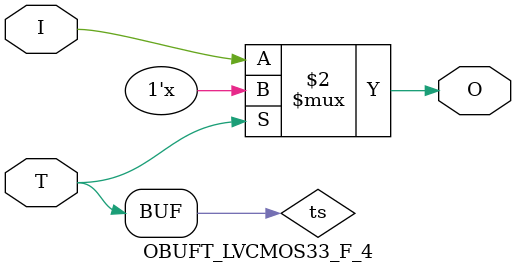
<source format=v>

/*

FUNCTION	: TRI-STATE OUTPUT BUFFER

*/

`celldefine
`timescale  100 ps / 10 ps

module OBUFT_LVCMOS33_F_4 (O, I, T);

    output O;

    input  I, T;

    or O1 (ts, 1'b0, T);
    bufif0 T1 (O, I, ts);

endmodule

</source>
